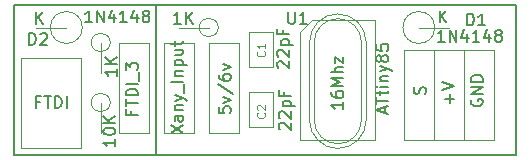
<source format=gbr>
G04 #@! TF.GenerationSoftware,KiCad,Pcbnew,(5.0.2)-1*
G04 #@! TF.CreationDate,2019-01-06T14:15:55+01:00*
G04 #@! TF.ProjectId,Xany2Msx,58616e79-324d-4737-982e-6b696361645f,rev?*
G04 #@! TF.SameCoordinates,Original*
G04 #@! TF.FileFunction,Other,Fab,Top*
%FSLAX46Y46*%
G04 Gerber Fmt 4.6, Leading zero omitted, Abs format (unit mm)*
G04 Created by KiCad (PCBNEW (5.0.2)-1) date 06/01/2019 14:15:55*
%MOMM*%
%LPD*%
G01*
G04 APERTURE LIST*
%ADD10C,0.200000*%
%ADD11C,0.100000*%
%ADD12C,0.150000*%
%ADD13C,0.105000*%
G04 APERTURE END LIST*
D10*
X100330000Y-84455000D02*
X100330000Y-97155000D01*
X142875000Y-84455000D02*
X100330000Y-84455000D01*
X100330000Y-97155000D02*
X142875000Y-97155000D01*
X112395000Y-97155000D02*
X112395000Y-84455000D01*
X142875000Y-97155000D02*
X142875000Y-84455000D01*
D11*
G04 #@! TO.C,D1*
X137160000Y-86360000D02*
X134620000Y-86360000D01*
X135970000Y-86360000D02*
G75*
G03X135970000Y-86360000I-1350000J0D01*
G01*
G04 #@! TO.C,U1*
X125587000Y-85725000D02*
X130937000Y-85725000D01*
X130937000Y-85725000D02*
X130937000Y-95885000D01*
X130937000Y-95885000D02*
X124587000Y-95885000D01*
X124587000Y-95885000D02*
X124587000Y-86725000D01*
X124587000Y-86725000D02*
X125587000Y-85725000D01*
G04 #@! TO.C,J1*
X113030000Y-87630000D02*
X113030000Y-95250000D01*
X113030000Y-95250000D02*
X115570000Y-95250000D01*
X115570000Y-95250000D02*
X115570000Y-87630000D01*
X115570000Y-87630000D02*
X113030000Y-87630000D01*
G04 #@! TO.C,J2*
X133350000Y-95885000D02*
X135890000Y-95885000D01*
X133350000Y-88265000D02*
X133350000Y-95885000D01*
X135890000Y-88265000D02*
X133350000Y-88265000D01*
X135890000Y-95885000D02*
X135890000Y-88265000D01*
G04 #@! TO.C,J3*
X138430000Y-95885000D02*
X138430000Y-88265000D01*
X138430000Y-88265000D02*
X135890000Y-88265000D01*
X135890000Y-88265000D02*
X135890000Y-95885000D01*
X135890000Y-95885000D02*
X138430000Y-95885000D01*
G04 #@! TO.C,J4*
X140970000Y-88265000D02*
X138430000Y-88265000D01*
X140970000Y-95885000D02*
X140970000Y-88265000D01*
X138430000Y-95885000D02*
X140970000Y-95885000D01*
X138430000Y-88265000D02*
X138430000Y-95885000D01*
G04 #@! TO.C,J5*
X116840000Y-87630000D02*
X116840000Y-95250000D01*
X116840000Y-95250000D02*
X119380000Y-95250000D01*
X119380000Y-95250000D02*
X119380000Y-87630000D01*
X119380000Y-87630000D02*
X116840000Y-87630000D01*
G04 #@! TO.C,C1*
X120285000Y-89745000D02*
X122285000Y-89745000D01*
X122285000Y-89745000D02*
X122285000Y-86745000D01*
X122285000Y-86745000D02*
X120285000Y-86745000D01*
X120285000Y-86745000D02*
X120285000Y-89745000D01*
G04 #@! TO.C,C2*
X122285000Y-94825000D02*
X122285000Y-91825000D01*
X120285000Y-94825000D02*
X122285000Y-94825000D01*
X120285000Y-91825000D02*
X120285000Y-94825000D01*
X122285000Y-91825000D02*
X120285000Y-91825000D01*
G04 #@! TO.C,R1*
X117640000Y-86360000D02*
G75*
G03X117640000Y-86360000I-800000J0D01*
G01*
X116840000Y-86360000D02*
X114300000Y-86360000D01*
G04 #@! TO.C,Y1*
X130162000Y-87605000D02*
G75*
G03X127762000Y-85205000I-2400000J0D01*
G01*
X127762000Y-85205000D02*
G75*
G03X125362000Y-87605000I0J-2400000D01*
G01*
X127762000Y-96605000D02*
G75*
G03X130162000Y-94205000I0J2400000D01*
G01*
X125362000Y-94205000D02*
G75*
G03X127762000Y-96605000I2400000J0D01*
G01*
X130162000Y-94205000D02*
X130162000Y-87605000D01*
X125362000Y-87605000D02*
X125362000Y-94205000D01*
X125762000Y-94305000D02*
X125762000Y-87505000D01*
X129762000Y-94305000D02*
X129762000Y-87505000D01*
X129762000Y-87605000D02*
G75*
G03X127762000Y-85605000I-2000000J0D01*
G01*
X127762000Y-85605000D02*
G75*
G03X125762000Y-87605000I0J-2000000D01*
G01*
X127762000Y-96205000D02*
G75*
G03X129762000Y-94205000I0J2000000D01*
G01*
X125762000Y-94205000D02*
G75*
G03X127762000Y-96205000I2000000J0D01*
G01*
G04 #@! TO.C,D2*
X102235000Y-86360000D02*
X104775000Y-86360000D01*
X106125000Y-86360000D02*
G75*
G03X106125000Y-86360000I-1350000J0D01*
G01*
G04 #@! TO.C,J6*
X100965000Y-88900000D02*
X100965000Y-96520000D01*
X100965000Y-96520000D02*
X106045000Y-96520000D01*
X106045000Y-96520000D02*
X106045000Y-88900000D01*
X106045000Y-88900000D02*
X100965000Y-88900000D01*
G04 #@! TO.C,R2*
X107696000Y-87630000D02*
X107696000Y-90170000D01*
X108496000Y-87630000D02*
G75*
G03X108496000Y-87630000I-800000J0D01*
G01*
G04 #@! TO.C,R3*
X108496000Y-92710000D02*
G75*
G03X108496000Y-92710000I-800000J0D01*
G01*
X107696000Y-92710000D02*
X107696000Y-95250000D01*
G04 #@! TO.C,J7*
X109220000Y-87630000D02*
X109220000Y-95250000D01*
X109220000Y-95250000D02*
X111760000Y-95250000D01*
X111760000Y-95250000D02*
X111760000Y-87630000D01*
X111760000Y-87630000D02*
X109220000Y-87630000D01*
G04 #@! TD*
G04 #@! TO.C,D1*
D12*
X136795142Y-87574380D02*
X136223714Y-87574380D01*
X136509428Y-87574380D02*
X136509428Y-86574380D01*
X136414190Y-86717238D01*
X136318952Y-86812476D01*
X136223714Y-86860095D01*
X137223714Y-87574380D02*
X137223714Y-86574380D01*
X137795142Y-87574380D01*
X137795142Y-86574380D01*
X138699904Y-86907714D02*
X138699904Y-87574380D01*
X138461809Y-86526761D02*
X138223714Y-87241047D01*
X138842761Y-87241047D01*
X139747523Y-87574380D02*
X139176095Y-87574380D01*
X139461809Y-87574380D02*
X139461809Y-86574380D01*
X139366571Y-86717238D01*
X139271333Y-86812476D01*
X139176095Y-86860095D01*
X140604666Y-86907714D02*
X140604666Y-87574380D01*
X140366571Y-86526761D02*
X140128476Y-87241047D01*
X140747523Y-87241047D01*
X141271333Y-87002952D02*
X141176095Y-86955333D01*
X141128476Y-86907714D01*
X141080857Y-86812476D01*
X141080857Y-86764857D01*
X141128476Y-86669619D01*
X141176095Y-86622000D01*
X141271333Y-86574380D01*
X141461809Y-86574380D01*
X141557047Y-86622000D01*
X141604666Y-86669619D01*
X141652285Y-86764857D01*
X141652285Y-86812476D01*
X141604666Y-86907714D01*
X141557047Y-86955333D01*
X141461809Y-87002952D01*
X141271333Y-87002952D01*
X141176095Y-87050571D01*
X141128476Y-87098190D01*
X141080857Y-87193428D01*
X141080857Y-87383904D01*
X141128476Y-87479142D01*
X141176095Y-87526761D01*
X141271333Y-87574380D01*
X141461809Y-87574380D01*
X141557047Y-87526761D01*
X141604666Y-87479142D01*
X141652285Y-87383904D01*
X141652285Y-87193428D01*
X141604666Y-87098190D01*
X141557047Y-87050571D01*
X141461809Y-87002952D01*
X136390095Y-85923380D02*
X136390095Y-84923380D01*
X136961523Y-85923380D02*
X136532952Y-85351952D01*
X136961523Y-84923380D02*
X136390095Y-85494809D01*
X138707904Y-86177380D02*
X138707904Y-85177380D01*
X138946000Y-85177380D01*
X139088857Y-85225000D01*
X139184095Y-85320238D01*
X139231714Y-85415476D01*
X139279333Y-85605952D01*
X139279333Y-85748809D01*
X139231714Y-85939285D01*
X139184095Y-86034523D01*
X139088857Y-86129761D01*
X138946000Y-86177380D01*
X138707904Y-86177380D01*
X140231714Y-86177380D02*
X139660285Y-86177380D01*
X139946000Y-86177380D02*
X139946000Y-85177380D01*
X139850761Y-85320238D01*
X139755523Y-85415476D01*
X139660285Y-85463095D01*
G04 #@! TO.C,U1*
X131738666Y-93606571D02*
X131738666Y-93130380D01*
X132024380Y-93701809D02*
X131024380Y-93368476D01*
X132024380Y-93035142D01*
X131024380Y-92844666D02*
X131024380Y-92273238D01*
X132024380Y-92558952D02*
X131024380Y-92558952D01*
X131357714Y-92082761D02*
X131357714Y-91701809D01*
X131024380Y-91939904D02*
X131881523Y-91939904D01*
X131976761Y-91892285D01*
X132024380Y-91797047D01*
X132024380Y-91701809D01*
X132024380Y-91368476D02*
X131357714Y-91368476D01*
X131024380Y-91368476D02*
X131072000Y-91416095D01*
X131119619Y-91368476D01*
X131072000Y-91320857D01*
X131024380Y-91368476D01*
X131119619Y-91368476D01*
X131357714Y-90892285D02*
X132024380Y-90892285D01*
X131452952Y-90892285D02*
X131405333Y-90844666D01*
X131357714Y-90749428D01*
X131357714Y-90606571D01*
X131405333Y-90511333D01*
X131500571Y-90463714D01*
X132024380Y-90463714D01*
X131357714Y-90082761D02*
X132024380Y-89844666D01*
X131357714Y-89606571D02*
X132024380Y-89844666D01*
X132262476Y-89939904D01*
X132310095Y-89987523D01*
X132357714Y-90082761D01*
X131452952Y-89082761D02*
X131405333Y-89178000D01*
X131357714Y-89225619D01*
X131262476Y-89273238D01*
X131214857Y-89273238D01*
X131119619Y-89225619D01*
X131072000Y-89178000D01*
X131024380Y-89082761D01*
X131024380Y-88892285D01*
X131072000Y-88797047D01*
X131119619Y-88749428D01*
X131214857Y-88701809D01*
X131262476Y-88701809D01*
X131357714Y-88749428D01*
X131405333Y-88797047D01*
X131452952Y-88892285D01*
X131452952Y-89082761D01*
X131500571Y-89178000D01*
X131548190Y-89225619D01*
X131643428Y-89273238D01*
X131833904Y-89273238D01*
X131929142Y-89225619D01*
X131976761Y-89178000D01*
X132024380Y-89082761D01*
X132024380Y-88892285D01*
X131976761Y-88797047D01*
X131929142Y-88749428D01*
X131833904Y-88701809D01*
X131643428Y-88701809D01*
X131548190Y-88749428D01*
X131500571Y-88797047D01*
X131452952Y-88892285D01*
X131024380Y-87797047D02*
X131024380Y-88273238D01*
X131500571Y-88320857D01*
X131452952Y-88273238D01*
X131405333Y-88178000D01*
X131405333Y-87939904D01*
X131452952Y-87844666D01*
X131500571Y-87797047D01*
X131595809Y-87749428D01*
X131833904Y-87749428D01*
X131929142Y-87797047D01*
X131976761Y-87844666D01*
X132024380Y-87939904D01*
X132024380Y-88178000D01*
X131976761Y-88273238D01*
X131929142Y-88320857D01*
X123571095Y-85050380D02*
X123571095Y-85859904D01*
X123618714Y-85955142D01*
X123666333Y-86002761D01*
X123761571Y-86050380D01*
X123952047Y-86050380D01*
X124047285Y-86002761D01*
X124094904Y-85955142D01*
X124142523Y-85859904D01*
X124142523Y-85050380D01*
X125142523Y-86050380D02*
X124571095Y-86050380D01*
X124856809Y-86050380D02*
X124856809Y-85050380D01*
X124761571Y-85193238D01*
X124666333Y-85288476D01*
X124571095Y-85336095D01*
G04 #@! TO.C,J1*
X113625380Y-95320952D02*
X114625380Y-94654285D01*
X113625380Y-94654285D02*
X114625380Y-95320952D01*
X114625380Y-93844761D02*
X114101571Y-93844761D01*
X114006333Y-93892380D01*
X113958714Y-93987619D01*
X113958714Y-94178095D01*
X114006333Y-94273333D01*
X114577761Y-93844761D02*
X114625380Y-93940000D01*
X114625380Y-94178095D01*
X114577761Y-94273333D01*
X114482523Y-94320952D01*
X114387285Y-94320952D01*
X114292047Y-94273333D01*
X114244428Y-94178095D01*
X114244428Y-93940000D01*
X114196809Y-93844761D01*
X113958714Y-93368571D02*
X114625380Y-93368571D01*
X114053952Y-93368571D02*
X114006333Y-93320952D01*
X113958714Y-93225714D01*
X113958714Y-93082857D01*
X114006333Y-92987619D01*
X114101571Y-92940000D01*
X114625380Y-92940000D01*
X113958714Y-92559047D02*
X114625380Y-92320952D01*
X113958714Y-92082857D02*
X114625380Y-92320952D01*
X114863476Y-92416190D01*
X114911095Y-92463809D01*
X114958714Y-92559047D01*
X114720619Y-91940000D02*
X114720619Y-91178095D01*
X114625380Y-90940000D02*
X113625380Y-90940000D01*
X113958714Y-90463809D02*
X114625380Y-90463809D01*
X114053952Y-90463809D02*
X114006333Y-90416190D01*
X113958714Y-90320952D01*
X113958714Y-90178095D01*
X114006333Y-90082857D01*
X114101571Y-90035238D01*
X114625380Y-90035238D01*
X113958714Y-89559047D02*
X114958714Y-89559047D01*
X114006333Y-89559047D02*
X113958714Y-89463809D01*
X113958714Y-89273333D01*
X114006333Y-89178095D01*
X114053952Y-89130476D01*
X114149190Y-89082857D01*
X114434904Y-89082857D01*
X114530142Y-89130476D01*
X114577761Y-89178095D01*
X114625380Y-89273333D01*
X114625380Y-89463809D01*
X114577761Y-89559047D01*
X113958714Y-88225714D02*
X114625380Y-88225714D01*
X113958714Y-88654285D02*
X114482523Y-88654285D01*
X114577761Y-88606666D01*
X114625380Y-88511428D01*
X114625380Y-88368571D01*
X114577761Y-88273333D01*
X114530142Y-88225714D01*
X113958714Y-87892380D02*
X113958714Y-87511428D01*
X113625380Y-87749523D02*
X114482523Y-87749523D01*
X114577761Y-87701904D01*
X114625380Y-87606666D01*
X114625380Y-87511428D01*
G04 #@! TO.C,J2*
X135151761Y-91979714D02*
X135199380Y-91836857D01*
X135199380Y-91598761D01*
X135151761Y-91503523D01*
X135104142Y-91455904D01*
X135008904Y-91408285D01*
X134913666Y-91408285D01*
X134818428Y-91455904D01*
X134770809Y-91503523D01*
X134723190Y-91598761D01*
X134675571Y-91789238D01*
X134627952Y-91884476D01*
X134580333Y-91932095D01*
X134485095Y-91979714D01*
X134389857Y-91979714D01*
X134294619Y-91932095D01*
X134247000Y-91884476D01*
X134199380Y-91789238D01*
X134199380Y-91551142D01*
X134247000Y-91408285D01*
G04 #@! TO.C,J3*
X137231428Y-92757523D02*
X137231428Y-91995619D01*
X137612380Y-92376571D02*
X136850476Y-92376571D01*
X136612380Y-91662285D02*
X137612380Y-91328952D01*
X136612380Y-90995619D01*
G04 #@! TO.C,J4*
X139073000Y-92455904D02*
X139025380Y-92551142D01*
X139025380Y-92694000D01*
X139073000Y-92836857D01*
X139168238Y-92932095D01*
X139263476Y-92979714D01*
X139453952Y-93027333D01*
X139596809Y-93027333D01*
X139787285Y-92979714D01*
X139882523Y-92932095D01*
X139977761Y-92836857D01*
X140025380Y-92694000D01*
X140025380Y-92598761D01*
X139977761Y-92455904D01*
X139930142Y-92408285D01*
X139596809Y-92408285D01*
X139596809Y-92598761D01*
X140025380Y-91979714D02*
X139025380Y-91979714D01*
X140025380Y-91408285D01*
X139025380Y-91408285D01*
X140025380Y-90932095D02*
X139025380Y-90932095D01*
X139025380Y-90694000D01*
X139073000Y-90551142D01*
X139168238Y-90455904D01*
X139263476Y-90408285D01*
X139453952Y-90360666D01*
X139596809Y-90360666D01*
X139787285Y-90408285D01*
X139882523Y-90455904D01*
X139977761Y-90551142D01*
X140025380Y-90694000D01*
X140025380Y-90932095D01*
G04 #@! TO.C,J5*
X117689380Y-93090809D02*
X117689380Y-93567000D01*
X118165571Y-93614619D01*
X118117952Y-93567000D01*
X118070333Y-93471761D01*
X118070333Y-93233666D01*
X118117952Y-93138428D01*
X118165571Y-93090809D01*
X118260809Y-93043190D01*
X118498904Y-93043190D01*
X118594142Y-93090809D01*
X118641761Y-93138428D01*
X118689380Y-93233666D01*
X118689380Y-93471761D01*
X118641761Y-93567000D01*
X118594142Y-93614619D01*
X118022714Y-92709857D02*
X118689380Y-92471761D01*
X118022714Y-92233666D01*
X117641761Y-91138428D02*
X118927476Y-91995571D01*
X117689380Y-90376523D02*
X117689380Y-90567000D01*
X117737000Y-90662238D01*
X117784619Y-90709857D01*
X117927476Y-90805095D01*
X118117952Y-90852714D01*
X118498904Y-90852714D01*
X118594142Y-90805095D01*
X118641761Y-90757476D01*
X118689380Y-90662238D01*
X118689380Y-90471761D01*
X118641761Y-90376523D01*
X118594142Y-90328904D01*
X118498904Y-90281285D01*
X118260809Y-90281285D01*
X118165571Y-90328904D01*
X118117952Y-90376523D01*
X118070333Y-90471761D01*
X118070333Y-90662238D01*
X118117952Y-90757476D01*
X118165571Y-90805095D01*
X118260809Y-90852714D01*
X118022714Y-89947952D02*
X118689380Y-89709857D01*
X118022714Y-89471761D01*
G04 #@! TO.C,C1*
X122737619Y-89780857D02*
X122690000Y-89733238D01*
X122642380Y-89638000D01*
X122642380Y-89399904D01*
X122690000Y-89304666D01*
X122737619Y-89257047D01*
X122832857Y-89209428D01*
X122928095Y-89209428D01*
X123070952Y-89257047D01*
X123642380Y-89828476D01*
X123642380Y-89209428D01*
X122737619Y-88828476D02*
X122690000Y-88780857D01*
X122642380Y-88685619D01*
X122642380Y-88447523D01*
X122690000Y-88352285D01*
X122737619Y-88304666D01*
X122832857Y-88257047D01*
X122928095Y-88257047D01*
X123070952Y-88304666D01*
X123642380Y-88876095D01*
X123642380Y-88257047D01*
X122975714Y-87828476D02*
X123975714Y-87828476D01*
X123023333Y-87828476D02*
X122975714Y-87733238D01*
X122975714Y-87542761D01*
X123023333Y-87447523D01*
X123070952Y-87399904D01*
X123166190Y-87352285D01*
X123451904Y-87352285D01*
X123547142Y-87399904D01*
X123594761Y-87447523D01*
X123642380Y-87542761D01*
X123642380Y-87733238D01*
X123594761Y-87828476D01*
X123118571Y-86590380D02*
X123118571Y-86923714D01*
X123642380Y-86923714D02*
X122642380Y-86923714D01*
X122642380Y-86447523D01*
D13*
X121535000Y-88381666D02*
X121568333Y-88415000D01*
X121601666Y-88515000D01*
X121601666Y-88581666D01*
X121568333Y-88681666D01*
X121501666Y-88748333D01*
X121435000Y-88781666D01*
X121301666Y-88815000D01*
X121201666Y-88815000D01*
X121068333Y-88781666D01*
X121001666Y-88748333D01*
X120935000Y-88681666D01*
X120901666Y-88581666D01*
X120901666Y-88515000D01*
X120935000Y-88415000D01*
X120968333Y-88381666D01*
X121601666Y-87715000D02*
X121601666Y-88115000D01*
X121601666Y-87915000D02*
X120901666Y-87915000D01*
X121001666Y-87981666D01*
X121068333Y-88048333D01*
X121101666Y-88115000D01*
G04 #@! TO.C,C2*
D12*
X122864619Y-94987857D02*
X122817000Y-94940238D01*
X122769380Y-94845000D01*
X122769380Y-94606904D01*
X122817000Y-94511666D01*
X122864619Y-94464047D01*
X122959857Y-94416428D01*
X123055095Y-94416428D01*
X123197952Y-94464047D01*
X123769380Y-95035476D01*
X123769380Y-94416428D01*
X122864619Y-94035476D02*
X122817000Y-93987857D01*
X122769380Y-93892619D01*
X122769380Y-93654523D01*
X122817000Y-93559285D01*
X122864619Y-93511666D01*
X122959857Y-93464047D01*
X123055095Y-93464047D01*
X123197952Y-93511666D01*
X123769380Y-94083095D01*
X123769380Y-93464047D01*
X123102714Y-93035476D02*
X124102714Y-93035476D01*
X123150333Y-93035476D02*
X123102714Y-92940238D01*
X123102714Y-92749761D01*
X123150333Y-92654523D01*
X123197952Y-92606904D01*
X123293190Y-92559285D01*
X123578904Y-92559285D01*
X123674142Y-92606904D01*
X123721761Y-92654523D01*
X123769380Y-92749761D01*
X123769380Y-92940238D01*
X123721761Y-93035476D01*
X123245571Y-91797380D02*
X123245571Y-92130714D01*
X123769380Y-92130714D02*
X122769380Y-92130714D01*
X122769380Y-91654523D01*
D13*
X121535000Y-93588666D02*
X121568333Y-93622000D01*
X121601666Y-93722000D01*
X121601666Y-93788666D01*
X121568333Y-93888666D01*
X121501666Y-93955333D01*
X121435000Y-93988666D01*
X121301666Y-94022000D01*
X121201666Y-94022000D01*
X121068333Y-93988666D01*
X121001666Y-93955333D01*
X120935000Y-93888666D01*
X120901666Y-93788666D01*
X120901666Y-93722000D01*
X120935000Y-93622000D01*
X120968333Y-93588666D01*
X120968333Y-93322000D02*
X120935000Y-93288666D01*
X120901666Y-93222000D01*
X120901666Y-93055333D01*
X120935000Y-92988666D01*
X120968333Y-92955333D01*
X121035000Y-92922000D01*
X121101666Y-92922000D01*
X121201666Y-92955333D01*
X121601666Y-93355333D01*
X121601666Y-92922000D01*
G04 #@! TO.C,R1*
D12*
X114466714Y-86050380D02*
X113895285Y-86050380D01*
X114181000Y-86050380D02*
X114181000Y-85050380D01*
X114085761Y-85193238D01*
X113990523Y-85288476D01*
X113895285Y-85336095D01*
X114895285Y-86050380D02*
X114895285Y-85050380D01*
X115466714Y-86050380D02*
X115038142Y-85478952D01*
X115466714Y-85050380D02*
X114895285Y-85621809D01*
G04 #@! TO.C,Y1*
X128214380Y-92678047D02*
X128214380Y-93249476D01*
X128214380Y-92963761D02*
X127214380Y-92963761D01*
X127357238Y-93059000D01*
X127452476Y-93154238D01*
X127500095Y-93249476D01*
X127214380Y-91820904D02*
X127214380Y-92011380D01*
X127262000Y-92106619D01*
X127309619Y-92154238D01*
X127452476Y-92249476D01*
X127642952Y-92297095D01*
X128023904Y-92297095D01*
X128119142Y-92249476D01*
X128166761Y-92201857D01*
X128214380Y-92106619D01*
X128214380Y-91916142D01*
X128166761Y-91820904D01*
X128119142Y-91773285D01*
X128023904Y-91725666D01*
X127785809Y-91725666D01*
X127690571Y-91773285D01*
X127642952Y-91820904D01*
X127595333Y-91916142D01*
X127595333Y-92106619D01*
X127642952Y-92201857D01*
X127690571Y-92249476D01*
X127785809Y-92297095D01*
X128214380Y-91297095D02*
X127214380Y-91297095D01*
X127928666Y-90963761D01*
X127214380Y-90630428D01*
X128214380Y-90630428D01*
X128214380Y-90154238D02*
X127214380Y-90154238D01*
X128214380Y-89725666D02*
X127690571Y-89725666D01*
X127595333Y-89773285D01*
X127547714Y-89868523D01*
X127547714Y-90011380D01*
X127595333Y-90106619D01*
X127642952Y-90154238D01*
X127547714Y-89344714D02*
X127547714Y-88820904D01*
X128214380Y-89344714D01*
X128214380Y-88820904D01*
G04 #@! TO.C,D2*
X106950142Y-85923380D02*
X106378714Y-85923380D01*
X106664428Y-85923380D02*
X106664428Y-84923380D01*
X106569190Y-85066238D01*
X106473952Y-85161476D01*
X106378714Y-85209095D01*
X107378714Y-85923380D02*
X107378714Y-84923380D01*
X107950142Y-85923380D01*
X107950142Y-84923380D01*
X108854904Y-85256714D02*
X108854904Y-85923380D01*
X108616809Y-84875761D02*
X108378714Y-85590047D01*
X108997761Y-85590047D01*
X109902523Y-85923380D02*
X109331095Y-85923380D01*
X109616809Y-85923380D02*
X109616809Y-84923380D01*
X109521571Y-85066238D01*
X109426333Y-85161476D01*
X109331095Y-85209095D01*
X110759666Y-85256714D02*
X110759666Y-85923380D01*
X110521571Y-84875761D02*
X110283476Y-85590047D01*
X110902523Y-85590047D01*
X111426333Y-85351952D02*
X111331095Y-85304333D01*
X111283476Y-85256714D01*
X111235857Y-85161476D01*
X111235857Y-85113857D01*
X111283476Y-85018619D01*
X111331095Y-84971000D01*
X111426333Y-84923380D01*
X111616809Y-84923380D01*
X111712047Y-84971000D01*
X111759666Y-85018619D01*
X111807285Y-85113857D01*
X111807285Y-85161476D01*
X111759666Y-85256714D01*
X111712047Y-85304333D01*
X111616809Y-85351952D01*
X111426333Y-85351952D01*
X111331095Y-85399571D01*
X111283476Y-85447190D01*
X111235857Y-85542428D01*
X111235857Y-85732904D01*
X111283476Y-85828142D01*
X111331095Y-85875761D01*
X111426333Y-85923380D01*
X111616809Y-85923380D01*
X111712047Y-85875761D01*
X111759666Y-85828142D01*
X111807285Y-85732904D01*
X111807285Y-85542428D01*
X111759666Y-85447190D01*
X111712047Y-85399571D01*
X111616809Y-85351952D01*
X102227095Y-86050380D02*
X102227095Y-85050380D01*
X102798523Y-86050380D02*
X102369952Y-85478952D01*
X102798523Y-85050380D02*
X102227095Y-85621809D01*
X101623904Y-87828380D02*
X101623904Y-86828380D01*
X101862000Y-86828380D01*
X102004857Y-86876000D01*
X102100095Y-86971238D01*
X102147714Y-87066476D01*
X102195333Y-87256952D01*
X102195333Y-87399809D01*
X102147714Y-87590285D01*
X102100095Y-87685523D01*
X102004857Y-87780761D01*
X101862000Y-87828380D01*
X101623904Y-87828380D01*
X102576285Y-86923619D02*
X102623904Y-86876000D01*
X102719142Y-86828380D01*
X102957238Y-86828380D01*
X103052476Y-86876000D01*
X103100095Y-86923619D01*
X103147714Y-87018857D01*
X103147714Y-87114095D01*
X103100095Y-87256952D01*
X102528666Y-87828380D01*
X103147714Y-87828380D01*
G04 #@! TO.C,J6*
X102528809Y-92638571D02*
X102195476Y-92638571D01*
X102195476Y-93162380D02*
X102195476Y-92162380D01*
X102671666Y-92162380D01*
X102909761Y-92162380D02*
X103481190Y-92162380D01*
X103195476Y-93162380D02*
X103195476Y-92162380D01*
X103814523Y-93162380D02*
X103814523Y-92162380D01*
X104052619Y-92162380D01*
X104195476Y-92210000D01*
X104290714Y-92305238D01*
X104338333Y-92400476D01*
X104385952Y-92590952D01*
X104385952Y-92733809D01*
X104338333Y-92924285D01*
X104290714Y-93019523D01*
X104195476Y-93114761D01*
X104052619Y-93162380D01*
X103814523Y-93162380D01*
X104814523Y-93162380D02*
X104814523Y-92162380D01*
G04 #@! TO.C,R2*
X109037380Y-89876285D02*
X109037380Y-90447714D01*
X109037380Y-90162000D02*
X108037380Y-90162000D01*
X108180238Y-90257238D01*
X108275476Y-90352476D01*
X108323095Y-90447714D01*
X109037380Y-89447714D02*
X108037380Y-89447714D01*
X109037380Y-88876285D02*
X108465952Y-89304857D01*
X108037380Y-88876285D02*
X108608809Y-89447714D01*
G04 #@! TO.C,R3*
X108910380Y-95813476D02*
X108910380Y-96384904D01*
X108910380Y-96099190D02*
X107910380Y-96099190D01*
X108053238Y-96194428D01*
X108148476Y-96289666D01*
X108196095Y-96384904D01*
X107910380Y-95194428D02*
X107910380Y-95099190D01*
X107958000Y-95003952D01*
X108005619Y-94956333D01*
X108100857Y-94908714D01*
X108291333Y-94861095D01*
X108529428Y-94861095D01*
X108719904Y-94908714D01*
X108815142Y-94956333D01*
X108862761Y-95003952D01*
X108910380Y-95099190D01*
X108910380Y-95194428D01*
X108862761Y-95289666D01*
X108815142Y-95337285D01*
X108719904Y-95384904D01*
X108529428Y-95432523D01*
X108291333Y-95432523D01*
X108100857Y-95384904D01*
X108005619Y-95337285D01*
X107958000Y-95289666D01*
X107910380Y-95194428D01*
X108910380Y-94432523D02*
X107910380Y-94432523D01*
X108910380Y-93861095D02*
X108338952Y-94289666D01*
X107910380Y-93861095D02*
X108481809Y-94432523D01*
G04 #@! TO.C,J7*
X110291571Y-93400333D02*
X110291571Y-93733666D01*
X110815380Y-93733666D02*
X109815380Y-93733666D01*
X109815380Y-93257476D01*
X109815380Y-93019380D02*
X109815380Y-92447952D01*
X110815380Y-92733666D02*
X109815380Y-92733666D01*
X110815380Y-92114619D02*
X109815380Y-92114619D01*
X109815380Y-91876523D01*
X109863000Y-91733666D01*
X109958238Y-91638428D01*
X110053476Y-91590809D01*
X110243952Y-91543190D01*
X110386809Y-91543190D01*
X110577285Y-91590809D01*
X110672523Y-91638428D01*
X110767761Y-91733666D01*
X110815380Y-91876523D01*
X110815380Y-92114619D01*
X110815380Y-91114619D02*
X109815380Y-91114619D01*
X110910619Y-90876523D02*
X110910619Y-90114619D01*
X109815380Y-89971761D02*
X109815380Y-89352714D01*
X110196333Y-89686047D01*
X110196333Y-89543190D01*
X110243952Y-89447952D01*
X110291571Y-89400333D01*
X110386809Y-89352714D01*
X110624904Y-89352714D01*
X110720142Y-89400333D01*
X110767761Y-89447952D01*
X110815380Y-89543190D01*
X110815380Y-89828904D01*
X110767761Y-89924142D01*
X110720142Y-89971761D01*
G04 #@! TD*
M02*

</source>
